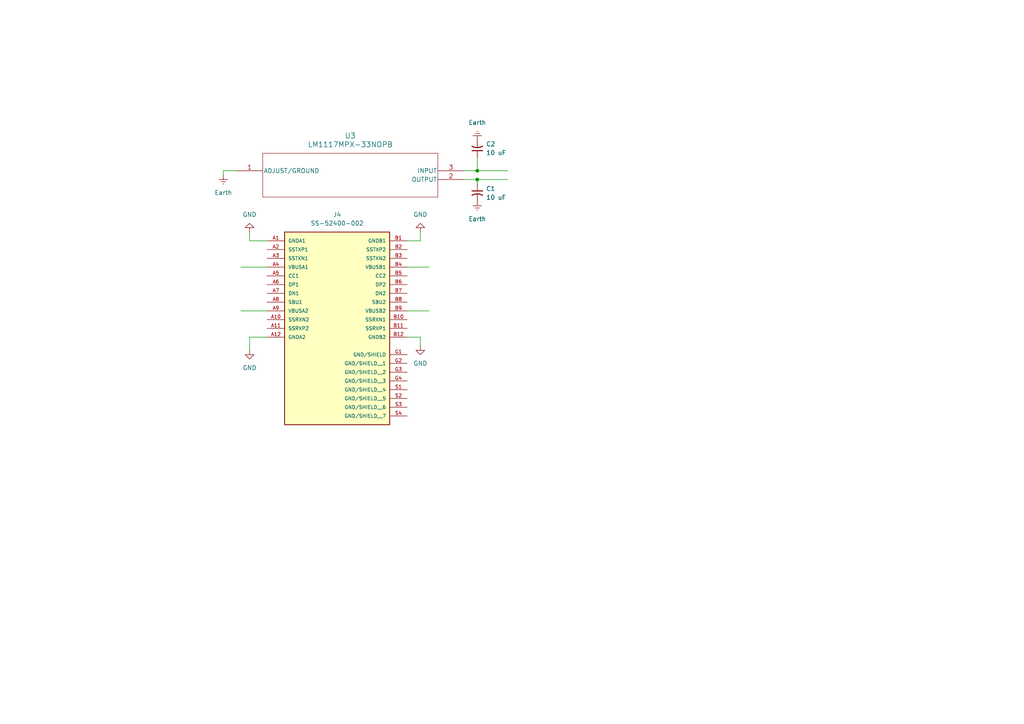
<source format=kicad_sch>
(kicad_sch (version 20250114) (generator "eeschema") (generator_version "9.0")
  (paper "A4")
  (lib_symbols
    (symbol "Device:C_Small_US" (pin_numbers (hide yes)) (pin_names (offset 0.254) (hide yes))
      (property "Reference" "C" (at 0.254 1.778 0))
      (property "Value" "C_Small_US" (at 0.254 -2.032 0))
      (symbol "C_Small_US_0_1"
        (polyline (pts (xy -1.524 0.508) (xy 1.524 0.508)) (stroke (width 0.3048)))
        (arc (start -1.524 -0.762) (mid 0 -0.3734) (end 1.524 -0.762) (stroke (width 0.3048)))
      )
      (symbol "C_Small_US_1_1"
        (pin passive line (at 0 2.54 270) (length 2.032) (name "~") (number "1"))
        (pin passive line (at 0 -2.54 90) (length 2.032) (name "~") (number "2"))
      )
    )
    (symbol "LM117MPX-33NOPB:LM1117MPX-33NOPB" (pin_names (offset 0.254))
      (property "Reference" "U" (at 33.02 10.16 0))
      (property "Value" "LM1117MPX-33NOPB" (at 33.02 7.62 0))
      (symbol "LM1117MPX-33NOPB_0_1"
        (polyline (pts (xy 7.62 5.08) (xy 7.62 -7.62)) (stroke (width 0.127)))
        (polyline (pts (xy 7.62 -7.62) (xy 58.42 -7.62)) (stroke (width 0.127)))
        (polyline (pts (xy 58.42 5.08) (xy 7.62 5.08)) (stroke (width 0.127)))
        (polyline (pts (xy 58.42 -7.62) (xy 58.42 5.08)) (stroke (width 0.127)))
        (pin unspecified line (at 0 0 0) (length 7.62) (name "ADJUST/GROUND") (number "1"))
        (pin input line (at 66.04 0 180) (length 7.62) (name "INPUT") (number "3"))
        (pin output line (at 66.04 -2.54 180) (length 7.62) (name "OUTPUT") (number "2"))
      )
    )
    (symbol "SS-52400-002:SS-52400-002" (pin_names (offset 1.016))
      (property "Reference" "J" (at -15.24 19.05 0))
      (property "Value" "SS-52400-002" (at -15.24 -40.64 0))
      (symbol "SS-52400-002_0_0"
        (rectangle (start -15.24 -38.1) (end 15.24 17.78) (stroke (width 0.254)) (fill (type background)))
        (pin power_in line (at -20.32 15.24 0) (length 5.08) (name "GNDA1") (number "A1"))
        (pin bidirectional line (at -20.32 12.7 0) (length 5.08) (name "SSTXP1") (number "A2"))
        (pin bidirectional line (at -20.32 10.16 0) (length 5.08) (name "SSTXN1") (number "A3"))
        (pin power_in line (at -20.32 7.62 0) (length 5.08) (name "VBUSA1") (number "A4"))
        (pin bidirectional line (at -20.32 5.08 0) (length 5.08) (name "CC1") (number "A5"))
        (pin bidirectional line (at -20.32 2.54 0) (length 5.08) (name "DP1") (number "A6"))
        (pin bidirectional line (at -20.32 0 0) (length 5.08) (name "DN1") (number "A7"))
        (pin bidirectional line (at -20.32 -2.54 0) (length 5.08) (name "SBU1") (number "A8"))
        (pin power_in line (at -20.32 -5.08 0) (length 5.08) (name "VBUSA2") (number "A9"))
        (pin bidirectional line (at -20.32 -7.62 0) (length 5.08) (name "SSRXN2") (number "A10"))
        (pin bidirectional line (at -20.32 -10.16 0) (length 5.08) (name "SSRXP2") (number "A11"))
        (pin power_in line (at -20.32 -12.7 0) (length 5.08) (name "GNDA2") (number "A12"))
        (pin power_in line (at 20.32 15.24 180) (length 5.08) (name "GNDB1") (number "B1"))
        (pin bidirectional line (at 20.32 12.7 180) (length 5.08) (name "SSTXP2") (number "B2"))
        (pin bidirectional line (at 20.32 10.16 180) (length 5.08) (name "SSTXN2") (number "B3"))
        (pin power_in line (at 20.32 7.62 180) (length 5.08) (name "VBUSB1") (number "B4"))
        (pin bidirectional line (at 20.32 5.08 180) (length 5.08) (name "CC2") (number "B5"))
        (pin bidirectional line (at 20.32 2.54 180) (length 5.08) (name "DP2") (number "B6"))
        (pin bidirectional line (at 20.32 0 180) (length 5.08) (name "DN2") (number "B7"))
        (pin bidirectional line (at 20.32 -2.54 180) (length 5.08) (name "SBU2") (number "B8"))
        (pin power_in line (at 20.32 -5.08 180) (length 5.08) (name "VBUSB2") (number "B9"))
        (pin bidirectional line (at 20.32 -7.62 180) (length 5.08) (name "SSRXN1") (number "B10"))
        (pin bidirectional line (at 20.32 -10.16 180) (length 5.08) (name "SSRXP1") (number "B11"))
        (pin power_in line (at 20.32 -12.7 180) (length 5.08) (name "GNDB2") (number "B12"))
        (pin power_in line (at 20.32 -17.78 180) (length 5.08) (name "GND/SHIELD") (number "G1"))
        (pin power_in line (at 20.32 -20.32 180) (length 5.08) (name "GND/SHIELD__1") (number "G2"))
        (pin power_in line (at 20.32 -22.86 180) (length 5.08) (name "GND/SHIELD__2") (number "G3"))
        (pin power_in line (at 20.32 -25.4 180) (length 5.08) (name "GND/SHIELD__3") (number "G4"))
        (pin power_in line (at 20.32 -27.94 180) (length 5.08) (name "GND/SHIELD__4") (number "S1"))
        (pin power_in line (at 20.32 -30.48 180) (length 5.08) (name "GND/SHIELD__5") (number "S2"))
        (pin power_in line (at 20.32 -33.02 180) (length 5.08) (name "GND/SHIELD__6") (number "S3"))
        (pin power_in line (at 20.32 -35.56 180) (length 5.08) (name "GND/SHIELD__7") (number "S4"))
      )
    )
    (symbol "power:Earth" (power) (pin_numbers (hide yes)) (pin_names (offset 0) (hide yes))
      (property "Value" "Earth" (at 0 -3.81 0))
      (symbol "Earth_0_1"
        (polyline (pts (xy -0.635 -1.905) (xy 0.635 -1.905)))
        (polyline (pts (xy -0.127 -2.54) (xy 0.127 -2.54)))
        (polyline (pts (xy 0 -1.27) (xy 0 0)))
        (polyline (pts (xy 1.27 -1.27) (xy -1.27 -1.27)))
      )
      (symbol "Earth_1_1"
        (pin power_in line (at 0 0 270) (length 0) (name "~") (number "1"))
      )
    )
    (symbol "power:GND" (power) (pin_numbers (hide yes)) (pin_names (offset 0) (hide yes))
      (property "Value" "GND" (at 0 -3.81 0))
      (symbol "GND_0_1"
        (polyline (pts (xy 0 0) (xy 0 -1.27) (xy 1.27 -1.27) (xy 0 -2.54) (xy -1.27 -1.27) (xy 0 -1.27)))
      )
      (symbol "GND_1_1"
        (pin power_in line (at 0 0 270) (length 0) (name "~") (number "1"))
      )
    )
  )
  (junction (at 138.43 52.07))
  (junction (at 138.43 49.53))
  (wire (pts (xy 118.11 97.79) (xy 121.92 97.79)))
  (wire (pts (xy 121.92 97.79) (xy 121.92 100.33)))
  (wire (pts (xy 118.11 90.17) (xy 124.46 90.17)))
  (wire (pts (xy 118.11 77.47) (xy 124.46 77.47)))
  (wire (pts (xy 69.85 90.17) (xy 77.47 90.17)))
  (wire (pts (xy 138.43 52.07) (xy 147.32 52.07)))
  (wire (pts (xy 134.62 52.07) (xy 138.43 52.07)))
  (wire (pts (xy 77.47 97.79) (xy 72.39 97.79)))
  (wire (pts (xy 69.85 77.47) (xy 77.47 77.47)))
  (wire (pts (xy 138.43 49.53) (xy 147.32 49.53)))
  (wire (pts (xy 72.39 97.79) (xy 72.39 101.6)))
  (wire (pts (xy 72.39 69.85) (xy 72.39 67.31)))
  (wire (pts (xy 64.77 49.53) (xy 64.77 50.8)))
  (wire (pts (xy 118.11 69.85) (xy 121.92 69.85)))
  (wire (pts (xy 138.43 45.72) (xy 138.43 49.53)))
  (wire (pts (xy 77.47 69.85) (xy 72.39 69.85)))
  (wire (pts (xy 68.58 49.53) (xy 64.77 49.53)))
  (wire (pts (xy 134.62 49.53) (xy 138.43 49.53)))
  (wire (pts (xy 138.43 52.07) (xy 138.43 53.34)))
  (wire (pts (xy 121.92 69.85) (xy 121.92 67.31)))
  (symbol (lib_id "power:GND") (at 121.92 100.33 0) (unit 1)
    (property "Reference" "#PWR06" (effects (hide yes)))
    (property "Value" "GND" (at 121.92 105.41 0))
    (property "Description" "Power symbol creates a global label with name \"GND\" , ground" (effects (hide yes)))
  )
  (symbol (lib_id "power:GND") (at 72.39 67.31 180) (unit 1)
    (property "Reference" "#PWR04" (effects (hide yes)))
    (property "Value" "GND" (at 72.39 62.23 0))
    (property "Description" "Power symbol creates a global label with name \"GND\" , ground" (effects (hide yes)))
  )
  (symbol (lib_id "power:GND") (at 121.92 67.31 180) (unit 1)
    (property "Reference" "#PWR05" (effects (hide yes)))
    (property "Value" "GND" (at 121.92 62.23 0))
    (property "Description" "Power symbol creates a global label with name \"GND\" , ground" (effects (hide yes)))
  )
  (symbol (lib_id "LM117MPX-33NOPB:LM1117MPX-33NOPB") (at 68.58 49.53 0) (unit 1)
    (property "Reference" "U3" (at 101.6 39.37 0) (effects (font (size 1.524 1.524))))
    (property "Value" "LM1117MPX-33NOPB" (at 101.6 41.91 0) (effects (font (size 1.524 1.524))))
    (property "Footprint" "SOT223-318H_OSI" (effects (hide yes)))
    (property "Datasheet" "LM1117MPX-33NOPB" (effects (hide yes)))
  )
  (symbol (lib_id "SS-52400-002:SS-52400-002") (at 97.79 85.09 0) (unit 1)
    (property "Reference" "J4" (at 97.79 62.23 0))
    (property "Value" "SS-52400-002" (at 97.79 64.77 0))
    (property "Footprint" "SS-52400-002:BELFUSE_SS-52400-002" (effects (hide yes)))
    (property "PARTREV" "A0" (effects (hide yes)))
    (property "STANDARD" "Manufacturer Recommendations" (effects (hide yes)))
    (property "MAXIMUM_PACKAGE_HEIGHT" "2.96 mm" (effects (hide yes)))
    (property "MANUFACTURER" "BelFuse" (effects (hide yes)))
  )
  (symbol (lib_id "Device:C_Small_US") (at 138.43 55.88 0) (unit 1)
    (property "Reference" "C1" (at 140.97 54.7369 0) (effects (justify left)))
    (property "Value" "10 uF" (at 140.97 57.2769 0) (effects (justify left)))
    (property "Description" "capacitor, small US symbol" (effects (hide yes)))
  )
  (symbol (lib_id "power:Earth") (at 138.43 58.42 0) (unit 1)
    (property "Reference" "#PWR01" (effects (hide yes)))
    (property "Value" "Earth" (at 138.43 63.5 0))
    (property "Description" "Power symbol creates a global label with name \"Earth\"" (effects (hide yes)))
  )
  (symbol (lib_id "power:Earth") (at 64.77 50.8 0) (unit 1)
    (property "Reference" "#PWR03" (effects (hide yes)))
    (property "Value" "Earth" (at 64.77 55.88 0))
    (property "Description" "Power symbol creates a global label with name \"Earth\"" (effects (hide yes)))
  )
  (symbol (lib_id "power:GND") (at 72.39 101.6 0) (unit 1)
    (property "Reference" "#PWR07" (effects (hide yes)))
    (property "Value" "GND" (at 72.39 106.68 0))
    (property "Description" "Power symbol creates a global label with name \"GND\" , ground" (effects (hide yes)))
  )
  (symbol (lib_id "power:Earth") (at 138.43 40.64 180) (unit 1)
    (property "Reference" "#PWR02" (effects (hide yes)))
    (property "Value" "Earth" (at 138.43 35.56 0))
    (property "Description" "Power symbol creates a global label with name \"Earth\"" (effects (hide yes)))
  )
  (symbol (lib_id "Device:C_Small_US") (at 138.43 43.18 180) (unit 1)
    (property "Reference" "C2" (at 140.97 41.7829 0) (effects (justify right)))
    (property "Value" "10 uF" (at 140.97 44.3229 0) (effects (justify right)))
    (property "Description" "capacitor, small US symbol" (effects (hide yes)))
  )
)
</source>
